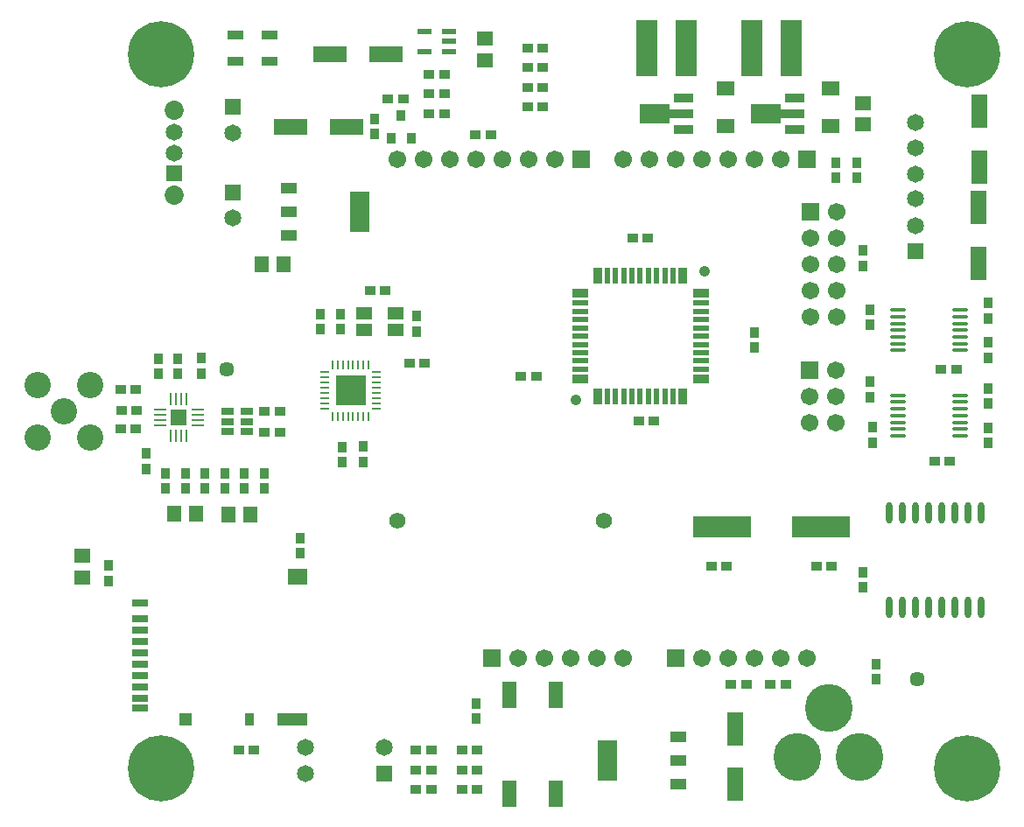
<source format=gts>
*
%LPD*%
%LNFREAK900LR-MT*%
%FSLAX25Y25*%
%MOIN*%
%AD*%
%AD*%
%ADD28R,0.118109843X0.118109843*%
%ADD41R,0.064959843X0.064959843*%
%ADD42C,0.064959843*%
%ADD47R,0.067X0.067*%
%ADD48C,0.067*%
%ADD49C,0.182*%
%ADD53C,0.252*%
%ADD60R,0.059059843X0.059059843*%
%ADD74C,0.100429921*%
%ADD75C,0.062*%
%ADD76R,0.064990157X0.064990157*%
%ADD77C,0.064990157*%
%ADD78C,0.072870079*%
%ADD79C,0.057*%
%ADD104R,0.125979921X0.062990157*%
%ADD106R,0.062990157X0.125979921*%
%ADD114O,0.059059843X0.01575*%
%ADD118R,0.055120079X0.023620079*%
%ADD129R,0.059059843X0.035429921*%
%ADD140R,0.037X0.041*%
%ADD141R,0.041X0.037*%
%ADD142R,0.052X0.06*%
%ADD147R,0.062X0.042*%
%ADD148R,0.072X0.152*%
%ADD149R,0.032X0.062*%
%ADD150R,0.022X0.062*%
%ADD151R,0.062X0.032*%
%ADD152R,0.062X0.022*%
%ADD153C,0.042*%
%ADD154R,0.219X0.082*%
%ADD168O,0.009840157X0.039370079*%
%ADD171O,0.023620079X0.082679921*%
%ADD173R,0.047X0.027*%
%ADD174R,0.06X0.052*%
%ADD175R,0.061059843X0.029559843*%
%ADD176R,0.0335X0.049240157*%
%ADD177R,0.049240157X0.049240157*%
%ADD178R,0.112240157X0.049240157*%
%ADD179R,0.0768X0.064990157*%
%ADD180R,0.064990157X0.047279921*%
%ADD181O,0.039370079X0.009840157*%
%ADD185O,0.047240157X0.009840157*%
%ADD186O,0.009840157X0.047240157*%
%ADD188R,0.037X0.042*%
%ADD193R,0.070870079X0.055120079*%
%ADD194R,0.08465X0.216540157*%
%ADD195R,0.057120079X0.100429921*%
%ADD196R,0.072X0.036*%
%ADD197R,0.112X0.036*%
%ADD198R,0.112X0.072*%
G54D28*
%SRX1Y1I0.0J0.0*%
G1X157335Y312294D3*
G54D41*
G1X112635Y387721D3*
G1X112635Y420221D3*
G1X170135Y166221D3*
G1X372635Y365221D3*
G54D42*
G1X112635Y377879D3*
G1X112635Y410379D3*
G1X170135Y176221D3*
G1X140135Y176221D3*
G1X140135Y166221D3*
G1X372635Y375064D3*
G1X372635Y385221D3*
G1X372635Y394749D3*
G1X372635Y404591D3*
G1X372635Y414434D3*
G54D47*
G1X211135Y210221D3*
G1X245135Y400221D3*
G1X281135Y210221D3*
G1X331135Y400221D3*
G1X332635Y380221D3*
G1X332135Y320021D3*
G54D48*
G1X221135Y210221D3*
G1X231135Y210221D3*
G1X241135Y210221D3*
G1X251135Y210221D3*
G1X261135Y210221D3*
G1X235135Y400221D3*
G1X225135Y400221D3*
G1X215135Y400221D3*
G1X205135Y400221D3*
G1X195135Y400221D3*
G1X185135Y400221D3*
G1X175135Y400221D3*
G1X291135Y210221D3*
G1X301135Y210221D3*
G1X311135Y210221D3*
G1X321135Y210221D3*
G1X331135Y210221D3*
G1X321135Y400221D3*
G1X311135Y400221D3*
G1X301135Y400221D3*
G1X291135Y400221D3*
G1X281135Y400221D3*
G1X271135Y400221D3*
G1X261135Y400221D3*
G1X342635Y380221D3*
G1X332635Y370221D3*
G1X342635Y370221D3*
G1X332635Y360221D3*
G1X342635Y360221D3*
G1X332635Y350221D3*
G1X342635Y350221D3*
G1X332635Y340221D3*
G1X342635Y340221D3*
G1X342135Y320021D3*
G1X332135Y310021D3*
G1X342135Y310021D3*
G1X332135Y300021D3*
G1X342135Y300021D3*
G54D49*
G1X327635Y172721D3*
G1X351257Y172721D3*
G1X339446Y191225D3*
G54D53*
G1X85135Y440221D3*
G1X392135Y440221D3*
G1X85135Y168221D3*
G1X392135Y168221D3*
G54D60*
G1X91935Y301921D3*
G54D74*
G1X48135Y304394D3*
G1X58135Y294394D3*
G1X58135Y314394D3*
G1X38135Y294394D3*
G1X38135Y314394D3*
G54D75*
G1X175017Y262721D3*
G1X253757Y262721D3*
G54D76*
G1X90135Y394847D3*
G54D77*
G1X90135Y402721D3*
G1X90135Y410595D3*
G54D78*
G1X90135Y418863D3*
G1X90135Y386579D3*
G54D79*
G1X373135Y202221D3*
G1X110135Y320221D3*
G54D104*
G1X149505Y440221D3*
G1X170765Y440221D3*
G1X134505Y412721D3*
G1X155765Y412721D3*
G54D106*
G1X396935Y397491D3*
G1X396935Y418751D3*
G1X396435Y360691D3*
G1X396435Y381951D3*
G1X303735Y162191D3*
G1X303735Y183451D3*
G54D114*
G1X389446Y295044D3*
G1X389446Y297603D3*
G1X389446Y300162D3*
G1X389446Y302721D3*
G1X389446Y305280D3*
G1X389446Y307839D3*
G1X389446Y310398D3*
G1X365824Y310398D3*
G1X365824Y307839D3*
G1X365824Y305280D3*
G1X365824Y302721D3*
G1X365824Y300162D3*
G1X365824Y297603D3*
G1X365824Y295044D3*
G1X389446Y327544D3*
G1X389446Y330103D3*
G1X389446Y332662D3*
G1X389446Y335221D3*
G1X389446Y337780D3*
G1X389446Y340339D3*
G1X389446Y342898D3*
G1X365824Y342898D3*
G1X365824Y340339D3*
G1X365824Y337780D3*
G1X365824Y335221D3*
G1X365824Y332662D3*
G1X365824Y330103D3*
G1X365824Y327544D3*
G54D118*
G1X194859Y441481D3*
G1X194859Y445221D3*
G1X194859Y448961D3*
G1X185410Y448961D3*
G1X185410Y441481D3*
G54D129*
G1X113639Y437721D3*
G1X126631Y437721D3*
G1X113639Y447721D3*
G1X126631Y447721D3*
G54D140*
G1X154135Y290821D3*
G1X154135Y285021D3*
G1X116835Y280694D3*
G1X116835Y274894D3*
G1X109335Y280694D3*
G1X109335Y274894D3*
G1X352635Y237321D3*
G1X352635Y243121D3*
G1X182635Y340621D3*
G1X182635Y334821D3*
G1X162235Y290921D3*
G1X162235Y285121D3*
G1X145835Y335621D3*
G1X145835Y341421D3*
G1X84035Y318694D3*
G1X84035Y324494D3*
G1X153335Y335621D3*
G1X153335Y341421D3*
G1X94335Y280694D3*
G1X94335Y274894D3*
G1X352635Y359821D3*
G1X352635Y365621D3*
G1X101835Y280694D3*
G1X101835Y274894D3*
G1X65135Y239821D3*
G1X65135Y245621D3*
G1X79335Y288194D3*
G1X79335Y282394D3*
G1X205135Y187321D3*
G1X205135Y193121D3*
G1X342135Y399121D3*
G1X342135Y393321D3*
G1X350135Y399121D3*
G1X350135Y393321D3*
G1X138035Y256021D3*
G1X138035Y250221D3*
G1X100435Y318794D3*
G1X100435Y324594D3*
G1X357635Y202321D3*
G1X357635Y208121D3*
G1X124335Y280694D3*
G1X124335Y274894D3*
G1X86835Y280694D3*
G1X86835Y274894D3*
G1X311235Y334421D3*
G1X311235Y328621D3*
G1X91535Y318694D3*
G1X91535Y324494D3*
G1X166535Y415821D3*
G1X166535Y410021D3*
G1X400135Y298121D3*
G1X400135Y292321D3*
G1X400135Y313121D3*
G1X400135Y307321D3*
G1X356035Y292421D3*
G1X356035Y298221D3*
G1X355135Y309821D3*
G1X355135Y315621D3*
G1X400135Y324821D3*
G1X400135Y330621D3*
G1X400135Y339821D3*
G1X400135Y345621D3*
G1X355135Y343121D3*
G1X355135Y337321D3*
G54D141*
G1X264735Y370221D3*
G1X270535Y370221D3*
G1X130435Y296394D3*
G1X124635Y296394D3*
G1X130435Y304294D3*
G1X124635Y304294D3*
G1X75535Y312721D3*
G1X69735Y312721D3*
G1X267035Y300821D3*
G1X272835Y300821D3*
G1X69735Y297721D3*
G1X75535Y297721D3*
G1X171535Y423321D3*
G1X177335Y423321D3*
G1X334735Y245221D3*
G1X340535Y245221D3*
G1X300535Y245221D3*
G1X294735Y245221D3*
G1X188035Y160221D3*
G1X182235Y160221D3*
G1X188035Y167721D3*
G1X182235Y167721D3*
G1X193035Y425221D3*
G1X187235Y425221D3*
G1X188035Y175221D3*
G1X182235Y175221D3*
G1X75835Y304719D3*
G1X70035Y304719D3*
G1X199735Y160221D3*
G1X205535Y160221D3*
G1X224735Y420221D3*
G1X230535Y420221D3*
G1X230535Y427721D3*
G1X224735Y427721D3*
G1X222235Y317721D3*
G1X228035Y317721D3*
G1X199735Y175221D3*
G1X205535Y175221D3*
G1X323035Y200221D3*
G1X317235Y200221D3*
G1X308035Y200221D3*
G1X302235Y200221D3*
G1X199735Y167721D3*
G1X205535Y167721D3*
G1X120535Y175221D3*
G1X114735Y175221D3*
G1X204935Y409821D3*
G1X210735Y409821D3*
G1X224735Y435221D3*
G1X230535Y435221D3*
G1X187235Y432721D3*
G1X193035Y432721D3*
G1X187235Y417721D3*
G1X193035Y417721D3*
G1X230535Y442721D3*
G1X224735Y442721D3*
G1X179735Y322721D3*
G1X185535Y322721D3*
G1X164735Y350221D3*
G1X170535Y350221D3*
G1X385535Y285221D3*
G1X379735Y285221D3*
G1X382235Y320221D3*
G1X388035Y320221D3*
G54D142*
G1X131735Y360221D3*
G1X123535Y360221D3*
G1X119035Y264894D3*
G1X110835Y264894D3*
G1X90235Y265294D3*
G1X98435Y265294D3*
G54D147*
G1X133935Y389221D3*
G1X133935Y380221D3*
G1X133935Y371221D3*
G1X282235Y162421D3*
G1X282235Y171421D3*
G1X282235Y180421D3*
G54D148*
G1X160935Y380221D3*
G1X255235Y171421D3*
G54D149*
G1X251435Y310021D3*
G1X283935Y310021D3*
G1X283935Y356021D3*
G1X251435Y356021D3*
G54D150*
G1X255035Y310021D3*
G1X258235Y310021D3*
G1X261335Y310021D3*
G1X264535Y310021D3*
G1X267635Y310021D3*
G1X270835Y310021D3*
G1X273935Y310021D3*
G1X277135Y310021D3*
G1X280235Y310021D3*
G1X280235Y356021D3*
G1X277135Y356021D3*
G1X273935Y356021D3*
G1X270835Y356021D3*
G1X267635Y356021D3*
G1X264535Y356021D3*
G1X261335Y356021D3*
G1X258235Y356021D3*
G1X255035Y356021D3*
G54D151*
G1X290735Y316721D3*
G1X290735Y349221D3*
G1X244735Y349221D3*
G1X244735Y316721D3*
G54D152*
G1X290735Y320321D3*
G1X290735Y323521D3*
G1X290735Y326621D3*
G1X290735Y329821D3*
G1X290735Y332921D3*
G1X290735Y336121D3*
G1X290735Y339221D3*
G1X290735Y342421D3*
G1X290735Y345521D3*
G1X244735Y345521D3*
G1X244735Y342421D3*
G1X244735Y339221D3*
G1X244735Y336121D3*
G1X244735Y332921D3*
G1X244735Y329821D3*
G1X244735Y326621D3*
G1X244735Y323521D3*
G1X244735Y320321D3*
G54D153*
G1X243235Y308521D3*
G1X292235Y357521D3*
G54D154*
G1X336435Y260221D3*
G1X298835Y260221D3*
G54D168*
G1X150445Y302451D3*
G1X152413Y302451D3*
G1X154382Y302451D3*
G1X156350Y302451D3*
G1X158319Y302451D3*
G1X160287Y302451D3*
G1X162256Y302451D3*
G1X164224Y302451D3*
G1X164224Y322137D3*
G1X162256Y322137D3*
G1X160287Y322137D3*
G1X158319Y322137D3*
G1X156350Y322137D3*
G1X154382Y322137D3*
G1X152413Y322137D3*
G1X150445Y322137D3*
G54D171*
G1X362635Y229611D3*
G1X367635Y229611D3*
G1X372635Y229611D3*
G1X377635Y229611D3*
G1X382635Y229611D3*
G1X387635Y229611D3*
G1X392635Y229611D3*
G1X397635Y229611D3*
G1X397635Y265831D3*
G1X392635Y265831D3*
G1X387635Y265831D3*
G1X382635Y265831D3*
G1X377635Y265831D3*
G1X372635Y265831D3*
G1X367635Y265831D3*
G1X362635Y265831D3*
G54D173*
G1X110435Y304394D3*
G1X110435Y300494D3*
G1X110435Y296594D3*
G1X117735Y296594D3*
G1X117735Y300494D3*
G1X117735Y304394D3*
G54D174*
G1X208635Y446221D3*
G1X208635Y438021D3*
G1X55135Y241121D3*
G1X55135Y249321D3*
G1X352635Y413621D3*
G1X352635Y421821D3*
G54D175*
G1X77044Y225221D3*
G1X77044Y220890D3*
G1X77044Y216560D3*
G1X77044Y212229D3*
G1X77044Y207898D3*
G1X77044Y203568D3*
G1X77044Y199237D3*
G1X77044Y194906D3*
G1X77044Y191166D3*
G1X77044Y231323D3*
G54D176*
G1X118973Y187032D3*
G54D177*
G1X94564Y187032D3*
G54D178*
G1X135312Y187032D3*
G54D179*
G1X137083Y241166D3*
G54D180*
G1X162635Y335221D3*
G1X174446Y335221D3*
G1X174446Y341520D3*
G1X162635Y341520D3*
G54D181*
G1X147492Y319184D3*
G1X147492Y317216D3*
G1X147492Y315247D3*
G1X147492Y313279D3*
G1X147492Y311310D3*
G1X147492Y309342D3*
G1X147492Y307373D3*
G1X147492Y305405D3*
G1X167177Y305405D3*
G1X167177Y307373D3*
G1X167177Y309342D3*
G1X167177Y311310D3*
G1X167177Y313279D3*
G1X167177Y315247D3*
G1X167177Y317216D3*
G1X167177Y319184D3*
G54D185*
G1X99021Y298968D3*
G1X99021Y300937D3*
G1X99021Y302905D3*
G1X99021Y304874D3*
G1X84848Y304874D3*
G1X84848Y302905D3*
G1X84848Y300937D3*
G1X84848Y298968D3*
G54D186*
G1X94887Y309008D3*
G1X92919Y309008D3*
G1X90950Y309008D3*
G1X88982Y309008D3*
G1X88982Y294834D3*
G1X90950Y294834D3*
G1X92919Y294834D3*
G1X94887Y294834D3*
G54D188*
G1X172935Y408321D3*
G1X180435Y408321D3*
G1X176635Y417121D3*
G54D193*
G1X300135Y413021D3*
G1X300135Y427421D3*
G1X340135Y413021D3*
G1X340135Y427421D3*
G54D194*
G1X285213Y442721D3*
G1X270056Y442721D3*
G1X325213Y442721D3*
G1X310056Y442721D3*
G54D195*
G1X235593Y158523D3*
G1X235593Y196319D3*
G1X217876Y196319D3*
G1X217876Y158523D3*
G54D196*
G1X284135Y411821D3*
G1X284135Y423621D3*
G1X326635Y411821D3*
G1X326635Y423621D3*
G54D197*
G1X282135Y417721D3*
G1X324635Y417721D3*
G54D198*
G1X273135Y417721D3*
G1X315635Y417721D3*
M2*

</source>
